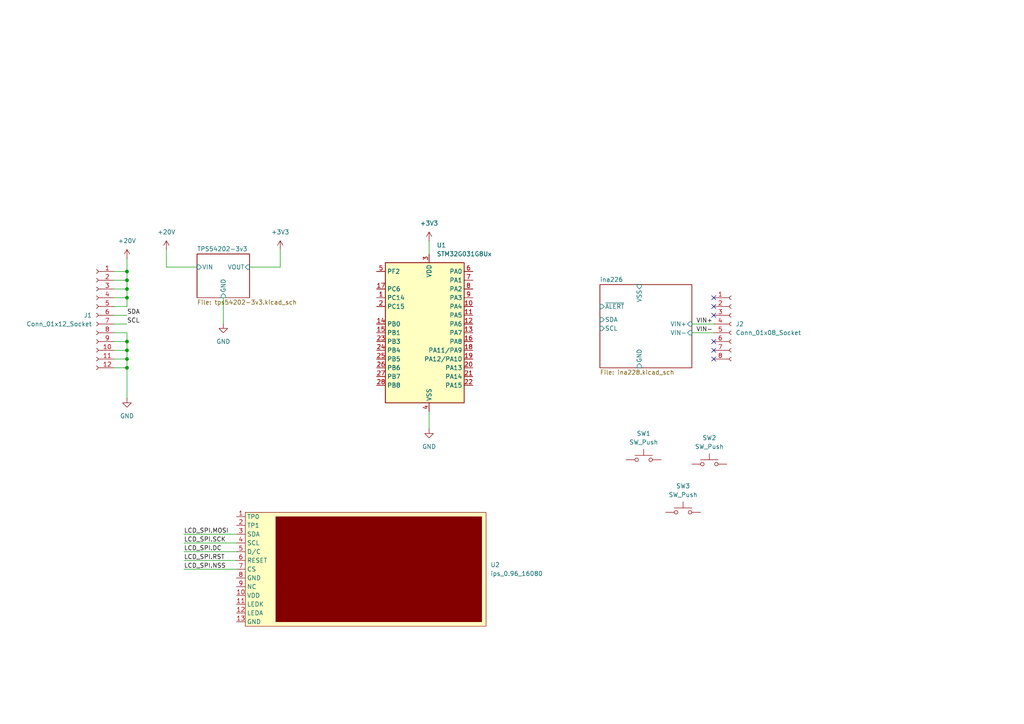
<source format=kicad_sch>
(kicad_sch (version 20231120) (generator "eeschema") (generator_version "8.0")
  (paper "A4")
  (lib_symbols
    (symbol "Connector:Conn_01x08_Socket" (pin_names (offset 1.016) hide)
      (property "Reference" "J" (at 0 10.16 0))
      (property "Value" "Conn_01x08_Socket" (at 0 -12.7 0))
      (symbol "Conn_01x08_Socket_1_1"
        (arc (start 0 -9.652) (mid -0.5058 -10.16) (end 0 -10.668) (stroke (width 0.1524)))
        (arc (start 0 -7.112) (mid -0.5058 -7.62) (end 0 -8.128) (stroke (width 0.1524)))
        (arc (start 0 -4.572) (mid -0.5058 -5.08) (end 0 -5.588) (stroke (width 0.1524)))
        (arc (start 0 -2.032) (mid -0.5058 -2.54) (end 0 -3.048) (stroke (width 0.1524)))
        (polyline (pts (xy -1.27 -10.16) (xy -0.508 -10.16)) (stroke (width 0.1524)))
        (polyline (pts (xy -1.27 -7.62) (xy -0.508 -7.62)) (stroke (width 0.1524)))
        (polyline (pts (xy -1.27 -5.08) (xy -0.508 -5.08)) (stroke (width 0.1524)))
        (polyline (pts (xy -1.27 -2.54) (xy -0.508 -2.54)) (stroke (width 0.1524)))
        (polyline (pts (xy -1.27 0) (xy -0.508 0)) (stroke (width 0.1524)))
        (polyline (pts (xy -1.27 2.54) (xy -0.508 2.54)) (stroke (width 0.1524)))
        (polyline (pts (xy -1.27 5.08) (xy -0.508 5.08)) (stroke (width 0.1524)))
        (polyline (pts (xy -1.27 7.62) (xy -0.508 7.62)) (stroke (width 0.1524)))
        (arc (start 0 0.508) (mid -0.5058 0) (end 0 -0.508) (stroke (width 0.1524)))
        (arc (start 0 3.048) (mid -0.5058 2.54) (end 0 2.032) (stroke (width 0.1524)))
        (arc (start 0 5.588) (mid -0.5058 5.08) (end 0 4.572) (stroke (width 0.1524)))
        (arc (start 0 8.128) (mid -0.5058 7.62) (end 0 7.112) (stroke (width 0.1524)))
        (pin passive line (at -5.08 7.62 0) (length 3.81) (name "Pin_1") (number "1"))
        (pin passive line (at -5.08 5.08 0) (length 3.81) (name "Pin_2") (number "2"))
        (pin passive line (at -5.08 2.54 0) (length 3.81) (name "Pin_3") (number "3"))
        (pin passive line (at -5.08 0 0) (length 3.81) (name "Pin_4") (number "4"))
        (pin passive line (at -5.08 -2.54 0) (length 3.81) (name "Pin_5") (number "5"))
        (pin passive line (at -5.08 -5.08 0) (length 3.81) (name "Pin_6") (number "6"))
        (pin passive line (at -5.08 -7.62 0) (length 3.81) (name "Pin_7") (number "7"))
        (pin passive line (at -5.08 -10.16 0) (length 3.81) (name "Pin_8") (number "8"))
      )
    )
    (symbol "Connector:Conn_01x12_Socket" (pin_names (offset 1.016) hide)
      (property "Reference" "J" (at 0 15.24 0))
      (property "Value" "Conn_01x12_Socket" (at 0 -17.78 0))
      (symbol "Conn_01x12_Socket_1_1"
        (arc (start 0 -14.732) (mid -0.5058 -15.24) (end 0 -15.748) (stroke (width 0.1524)))
        (arc (start 0 -12.192) (mid -0.5058 -12.7) (end 0 -13.208) (stroke (width 0.1524)))
        (arc (start 0 -9.652) (mid -0.5058 -10.16) (end 0 -10.668) (stroke (width 0.1524)))
        (arc (start 0 -7.112) (mid -0.5058 -7.62) (end 0 -8.128) (stroke (width 0.1524)))
        (arc (start 0 -4.572) (mid -0.5058 -5.08) (end 0 -5.588) (stroke (width 0.1524)))
        (arc (start 0 -2.032) (mid -0.5058 -2.54) (end 0 -3.048) (stroke (width 0.1524)))
        (polyline (pts (xy -1.27 -15.24) (xy -0.508 -15.24)) (stroke (width 0.1524)))
        (polyline (pts (xy -1.27 -12.7) (xy -0.508 -12.7)) (stroke (width 0.1524)))
        (polyline (pts (xy -1.27 -10.16) (xy -0.508 -10.16)) (stroke (width 0.1524)))
        (polyline (pts (xy -1.27 -7.62) (xy -0.508 -7.62)) (stroke (width 0.1524)))
        (polyline (pts (xy -1.27 -5.08) (xy -0.508 -5.08)) (stroke (width 0.1524)))
        (polyline (pts (xy -1.27 -2.54) (xy -0.508 -2.54)) (stroke (width 0.1524)))
        (polyline (pts (xy -1.27 0) (xy -0.508 0)) (stroke (width 0.1524)))
        (polyline (pts (xy -1.27 2.54) (xy -0.508 2.54)) (stroke (width 0.1524)))
        (polyline (pts (xy -1.27 5.08) (xy -0.508 5.08)) (stroke (width 0.1524)))
        (polyline (pts (xy -1.27 7.62) (xy -0.508 7.62)) (stroke (width 0.1524)))
        (polyline (pts (xy -1.27 10.16) (xy -0.508 10.16)) (stroke (width 0.1524)))
        (polyline (pts (xy -1.27 12.7) (xy -0.508 12.7)) (stroke (width 0.1524)))
        (arc (start 0 0.508) (mid -0.5058 0) (end 0 -0.508) (stroke (width 0.1524)))
        (arc (start 0 3.048) (mid -0.5058 2.54) (end 0 2.032) (stroke (width 0.1524)))
        (arc (start 0 5.588) (mid -0.5058 5.08) (end 0 4.572) (stroke (width 0.1524)))
        (arc (start 0 8.128) (mid -0.5058 7.62) (end 0 7.112) (stroke (width 0.1524)))
        (arc (start 0 10.668) (mid -0.5058 10.16) (end 0 9.652) (stroke (width 0.1524)))
        (arc (start 0 13.208) (mid -0.5058 12.7) (end 0 12.192) (stroke (width 0.1524)))
        (pin passive line (at -5.08 12.7 0) (length 3.81) (name "Pin_1") (number "1"))
        (pin passive line (at -5.08 -10.16 0) (length 3.81) (name "Pin_10") (number "10"))
        (pin passive line (at -5.08 -12.7 0) (length 3.81) (name "Pin_11") (number "11"))
        (pin passive line (at -5.08 -15.24 0) (length 3.81) (name "Pin_12") (number "12"))
        (pin passive line (at -5.08 10.16 0) (length 3.81) (name "Pin_2") (number "2"))
        (pin passive line (at -5.08 7.62 0) (length 3.81) (name "Pin_3") (number "3"))
        (pin passive line (at -5.08 5.08 0) (length 3.81) (name "Pin_4") (number "4"))
        (pin passive line (at -5.08 2.54 0) (length 3.81) (name "Pin_5") (number "5"))
        (pin passive line (at -5.08 0 0) (length 3.81) (name "Pin_6") (number "6"))
        (pin passive line (at -5.08 -2.54 0) (length 3.81) (name "Pin_7") (number "7"))
        (pin passive line (at -5.08 -5.08 0) (length 3.81) (name "Pin_8") (number "8"))
        (pin passive line (at -5.08 -7.62 0) (length 3.81) (name "Pin_9") (number "9"))
      )
    )
    (symbol "MCU_ST_STM32G0:STM32G031G8Ux"
      (property "Reference" "U" (at -10.16 21.59 0))
      (property "Value" "STM32G031G8Ux" (at 5.08 21.59 0))
      (symbol "STM32G031G8Ux_0_1"
        (rectangle (start -10.16 -20.32) (end 12.7 20.32) (stroke (width 0.254)) (fill (type background)))
      )
      (symbol "STM32G031G8Ux_1_1"
        (pin bidirectional line (at -12.7 10.16 0) (length 2.54) (name "PC14") (number "1"))
        (pin bidirectional line (at 15.24 7.62 180) (length 2.54) (name "PA4") (number "10"))
        (pin bidirectional line (at 15.24 5.08 180) (length 2.54) (name "PA5") (number "11"))
        (pin bidirectional line (at 15.24 2.54 180) (length 2.54) (name "PA6") (number "12"))
        (pin bidirectional line (at 15.24 0 180) (length 2.54) (name "PA7") (number "13"))
        (pin bidirectional line (at -12.7 2.54 0) (length 2.54) (name "PB0") (number "14"))
        (pin bidirectional line (at -12.7 0 0) (length 2.54) (name "PB1") (number "15"))
        (pin bidirectional line (at 15.24 -2.54 180) (length 2.54) (name "PA8") (number "16"))
        (pin bidirectional line (at -12.7 12.7 0) (length 2.54) (name "PC6") (number "17"))
        (pin bidirectional line (at 15.24 -5.08 180) (length 2.54) (name "PA11/PA9") (number "18"))
        (pin bidirectional line (at 15.24 -7.62 180) (length 2.54) (name "PA12/PA10") (number "19"))
        (pin bidirectional line (at -12.7 7.62 0) (length 2.54) (name "PC15") (number "2"))
        (pin bidirectional line (at 15.24 -10.16 180) (length 2.54) (name "PA13") (number "20"))
        (pin bidirectional line (at 15.24 -12.7 180) (length 2.54) (name "PA14") (number "21"))
        (pin bidirectional line (at 15.24 -15.24 180) (length 2.54) (name "PA15") (number "22"))
        (pin bidirectional line (at -12.7 -2.54 0) (length 2.54) (name "PB3") (number "23"))
        (pin bidirectional line (at -12.7 -5.08 0) (length 2.54) (name "PB4") (number "24"))
        (pin bidirectional line (at -12.7 -7.62 0) (length 2.54) (name "PB5") (number "25"))
        (pin bidirectional line (at -12.7 -10.16 0) (length 2.54) (name "PB6") (number "26"))
        (pin bidirectional line (at -12.7 -12.7 0) (length 2.54) (name "PB7") (number "27"))
        (pin bidirectional line (at -12.7 -15.24 0) (length 2.54) (name "PB8") (number "28"))
        (pin power_in line (at 2.54 22.86 270) (length 2.54) (name "VDD") (number "3"))
        (pin power_in line (at 2.54 -22.86 90) (length 2.54) (name "VSS") (number "4"))
        (pin bidirectional line (at -12.7 17.78 0) (length 2.54) (name "PF2") (number "5"))
        (pin bidirectional line (at 15.24 17.78 180) (length 2.54) (name "PA0") (number "6"))
        (pin bidirectional line (at 15.24 15.24 180) (length 2.54) (name "PA1") (number "7"))
        (pin bidirectional line (at 15.24 12.7 180) (length 2.54) (name "PA2") (number "8"))
        (pin bidirectional line (at 15.24 10.16 180) (length 2.54) (name "PA3") (number "9"))
      )
    )
    (symbol "Switch:SW_Push" (pin_numbers hide) (pin_names (offset 1.016) hide)
      (property "Reference" "SW" (at 1.27 2.54 0))
      (property "Value" "SW_Push" (at 0 -1.524 0))
      (symbol "SW_Push_0_1"
        (circle (center -2.032 0) (radius 0.508))
        (polyline (pts (xy 0 1.27) (xy 0 3.048)))
        (polyline (pts (xy 2.54 1.27) (xy -2.54 1.27)))
        (circle (center 2.032 0) (radius 0.508))
        (pin passive line (at -5.08 0 0) (length 2.54) (name "1") (number "1"))
        (pin passive line (at 5.08 0 180) (length 2.54) (name "2") (number "2"))
      )
    )
    (symbol "my_symbol:ips_0.96_16080"
      (property "Reference" "U" (at 12.7 20.32 0))
      (property "Value" "ips_0.96_16080" (at 3.81 20.32 0))
      (symbol "ips_0.96_16080_0_0"
        (text_box "0.96 TFT LCD\n160x80x16b" (at 13.97 5.08 0) (size 15.24 -6.35) (stroke (width -0.0001)) (effects (font (size 1.27 1.27)) (justify top)))
      )
      (symbol "ips_0.96_16080_1_1"
        (rectangle (start -16.51 17.78) (end 53.34 -15.24) (fill (type background)))
        (rectangle (start -7.62 16.51) (end 52.07 -13.97) (fill (type outline)))
        (pin input line (at -19.05 16.51 0) (length 2.54) (name "TP0") (number "1"))
        (pin input line (at -19.05 -6.35 0) (length 2.54) (name "VDD") (number "10"))
        (pin input line (at -19.05 -8.89 0) (length 2.54) (name "LEDK") (number "11"))
        (pin input line (at -19.05 -11.43 0) (length 2.54) (name "LEDA") (number "12"))
        (pin input line (at -19.05 -13.97 0) (length 2.54) (name "GND") (number "13"))
        (pin input line (at -19.05 13.97 0) (length 2.54) (name "TP1") (number "2"))
        (pin input line (at -19.05 11.43 0) (length 2.54) (name "SDA") (number "3"))
        (pin input line (at -19.05 8.89 0) (length 2.54) (name "SCL") (number "4"))
        (pin input line (at -19.05 6.35 0) (length 2.54) (name "D/C") (number "5"))
        (pin input line (at -19.05 3.81 0) (length 2.54) (name "RESET") (number "6"))
        (pin input line (at -19.05 1.27 0) (length 2.54) (name "CS") (number "7"))
        (pin input line (at -19.05 -1.27 0) (length 2.54) (name "GND") (number "8"))
        (pin input line (at -19.05 -3.81 0) (length 2.54) (name "NC") (number "9"))
      )
    )
    (symbol "power:+24V" (power) (pin_numbers hide) (pin_names (offset 0) hide)
      (property "Value" "+24V" (at 0 3.556 0))
      (symbol "+24V_0_1"
        (polyline (pts (xy -0.762 1.27) (xy 0 2.54)))
        (polyline (pts (xy 0 0) (xy 0 2.54)))
        (polyline (pts (xy 0 2.54) (xy 0.762 1.27)))
      )
      (symbol "+24V_1_1"
        (pin power_in line (at 0 0 90) (length 0) (name "~") (number "1"))
      )
    )
    (symbol "power:+3V3" (power) (pin_numbers hide) (pin_names (offset 0) hide)
      (property "Value" "+3V3" (at 0 3.556 0))
      (symbol "+3V3_0_1"
        (polyline (pts (xy -0.762 1.27) (xy 0 2.54)))
        (polyline (pts (xy 0 0) (xy 0 2.54)))
        (polyline (pts (xy 0 2.54) (xy 0.762 1.27)))
      )
      (symbol "+3V3_1_1"
        (pin power_in line (at 0 0 90) (length 0) (name "~") (number "1"))
      )
    )
    (symbol "power:GND" (power) (pin_numbers hide) (pin_names (offset 0) hide)
      (property "Value" "GND" (at 0 -3.81 0))
      (symbol "GND_0_1"
        (polyline (pts (xy 0 0) (xy 0 -1.27) (xy 1.27 -1.27) (xy 0 -2.54) (xy -1.27 -1.27) (xy 0 -1.27)))
      )
      (symbol "GND_1_1"
        (pin power_in line (at 0 0 270) (length 0) (name "~") (number "1"))
      )
    )
  )
  (junction (at 36.83 99.06))
  (junction (at 36.83 83.82))
  (junction (at 36.83 81.28))
  (junction (at 36.83 106.68))
  (junction (at 36.83 101.6))
  (junction (at 36.83 104.14))
  (junction (at 36.83 78.74))
  (junction (at 36.83 86.36))
  (no_connect (at 207.01 91.44))
  (no_connect (at 207.01 101.6))
  (no_connect (at 207.01 88.9))
  (no_connect (at 207.01 86.36))
  (no_connect (at 207.01 99.06))
  (no_connect (at 207.01 104.14))
  (wire (pts (xy 36.83 83.82) (xy 36.83 86.36)))
  (wire (pts (xy 53.34 154.94) (xy 68.58 154.94)))
  (wire (pts (xy 36.83 88.9) (xy 33.02 88.9)))
  (wire (pts (xy 53.34 160.02) (xy 68.58 160.02)))
  (wire (pts (xy 36.83 99.06) (xy 36.83 96.52)))
  (wire (pts (xy 33.02 104.14) (xy 36.83 104.14)))
  (wire (pts (xy 48.26 72.39) (xy 48.26 77.47)))
  (wire (pts (xy 36.83 104.14) (xy 36.83 101.6)))
  (wire (pts (xy 33.02 81.28) (xy 36.83 81.28)))
  (wire (pts (xy 48.26 77.47) (xy 57.15 77.47)))
  (wire (pts (xy 81.28 77.47) (xy 72.39 77.47)))
  (wire (pts (xy 200.66 93.98) (xy 207.01 93.98)))
  (wire (pts (xy 36.83 115.57) (xy 36.83 106.68)))
  (wire (pts (xy 33.02 101.6) (xy 36.83 101.6)))
  (wire (pts (xy 33.02 99.06) (xy 36.83 99.06)))
  (wire (pts (xy 64.77 86.36) (xy 64.77 93.98)))
  (wire (pts (xy 36.83 81.28) (xy 36.83 83.82)))
  (wire (pts (xy 81.28 72.39) (xy 81.28 77.47)))
  (wire (pts (xy 36.83 86.36) (xy 36.83 88.9)))
  (wire (pts (xy 33.02 83.82) (xy 36.83 83.82)))
  (wire (pts (xy 36.83 106.68) (xy 36.83 104.14)))
  (wire (pts (xy 33.02 78.74) (xy 36.83 78.74)))
  (wire (pts (xy 36.83 78.74) (xy 36.83 81.28)))
  (wire (pts (xy 200.66 96.52) (xy 207.01 96.52)))
  (wire (pts (xy 124.46 119.38) (xy 124.46 124.46)))
  (wire (pts (xy 33.02 86.36) (xy 36.83 86.36)))
  (wire (pts (xy 36.83 91.44) (xy 33.02 91.44)))
  (wire (pts (xy 124.46 69.85) (xy 124.46 73.66)))
  (wire (pts (xy 36.83 93.98) (xy 33.02 93.98)))
  (wire (pts (xy 53.34 162.56) (xy 68.58 162.56)))
  (wire (pts (xy 36.83 101.6) (xy 36.83 99.06)))
  (wire (pts (xy 36.83 74.93) (xy 36.83 78.74)))
  (wire (pts (xy 53.34 165.1) (xy 68.58 165.1)))
  (wire (pts (xy 53.34 157.48) (xy 68.58 157.48)))
  (wire (pts (xy 36.83 96.52) (xy 33.02 96.52)))
  (wire (pts (xy 33.02 106.68) (xy 36.83 106.68)))
  (label "LCD_SPI.NSS" (at 53.34 165.1 0))
  (label "VIN+" (at 201.93 93.98 0))
  (label "LCD_SPI.DC" (at 53.34 160.02 0))
  (label "LCD_SPI.RST" (at 53.34 162.56 0))
  (label "SCL" (at 36.83 93.98 0))
  (label "LCD_SPI.SCK" (at 53.34 157.48 0))
  (label "LCD_SPI.MOSI" (at 53.34 154.94 0))
  (label "SDA" (at 36.83 91.44 0))
  (label "VIN-" (at 201.93 96.52 0))
  (symbol (lib_id "MCU_ST_STM32G0:STM32G031G8Ux") (at 121.92 96.52 0) (unit 1)
    (property "Reference" "U1" (at 126.6541 71.12 0) (effects (justify left)))
    (property "Value" "STM32G031G8Ux" (at 126.6541 73.66 0) (effects (justify left)))
    (property "Footprint" "Package_DFN_QFN:QFN-28_4x4mm_P0.5mm" (effects (hide yes)))
    (property "Datasheet" "https://www.st.com/resource/en/datasheet/stm32g031g8.pdf" (effects (hide yes)))
    (property "Description" "STMicroelectronics Arm Cortex-M0+ MCU, 64KB flash, 8KB RAM, 64 MHz, 1.7-3.6V, 26 GPIO, UFQFPN28" (effects (hide yes)))
  )
  (symbol (lib_id "Connector:Conn_01x08_Socket") (at 212.09 93.98 0) (unit 1)
    (property "Reference" "J2" (at 213.36 93.9799 0) (effects (justify left)))
    (property "Value" "Conn_01x08_Socket" (at 213.36 96.5199 0) (effects (justify left)))
    (property "Footprint" "Connector_PinSocket_1.27mm:PinSocket_1x08_P1.27mm_Vertical" (effects (hide yes)))
    (property "Description" "Generic connector, single row, 01x08, script generated" (effects (hide yes)))
  )
  (symbol (lib_id "power:+3V3") (at 81.28 72.39 0) (unit 1)
    (property "Reference" "#PWR03" (effects (hide yes)))
    (property "Value" "+3V3" (at 81.28 67.31 0))
    (property "Description" "Power symbol creates a global label with name \"+3V3\"" (effects (hide yes)))
  )
  (symbol (lib_id "power:GND") (at 124.46 124.46 0) (unit 1)
    (property "Reference" "#PWR07" (effects (hide yes)))
    (property "Value" "GND" (at 124.46 129.54 0))
    (property "Description" "Power symbol creates a global label with name \"GND\" , ground" (effects (hide yes)))
  )
  (symbol (lib_id "power:GND") (at 36.83 115.57 0) (unit 1)
    (property "Reference" "#PWR06" (effects (hide yes)))
    (property "Value" "GND" (at 36.83 120.65 0))
    (property "Description" "Power symbol creates a global label with name \"GND\" , ground" (effects (hide yes)))
  )
  (symbol (lib_id "power:+3V3") (at 124.46 69.85 0) (unit 1)
    (property "Reference" "#PWR01" (effects (hide yes)))
    (property "Value" "+3V3" (at 124.46 64.77 0))
    (property "Description" "Power symbol creates a global label with name \"+3V3\"" (effects (hide yes)))
  )
  (symbol (lib_id "Switch:SW_Push") (at 205.74 134.62 0) (unit 1)
    (property "Reference" "SW2" (at 205.74 127 0))
    (property "Value" "SW_Push" (at 205.74 129.54 0))
    (property "Footprint" "my_footprint:KEY-SMD_4P-L4.2-W3.4-P2.15-LS4.5-TL" (effects (hide yes)))
    (property "Description" "Push button switch, generic, two pins" (effects (hide yes)))
  )
  (symbol (lib_id "Switch:SW_Push") (at 186.69 133.35 0) (unit 1)
    (property "Reference" "SW1" (at 186.69 125.73 0))
    (property "Value" "SW_Push" (at 186.69 128.27 0))
    (property "Footprint" "my_footprint:KEY-SMD_4P-L4.2-W3.4-P2.15-LS4.5-TL" (effects (hide yes)))
    (property "Description" "Push button switch, generic, two pins" (effects (hide yes)))
  )
  (symbol (lib_id "power:+24V") (at 36.83 74.93 0) (unit 1)
    (property "Reference" "#PWR04" (effects (hide yes)))
    (property "Value" "+20V" (at 36.83 69.85 0))
    (property "Description" "Power symbol creates a global label with name \"+24V\"" (effects (hide yes)))
  )
  (symbol (lib_id "my_symbol:ips_0.96_16080") (at 87.63 166.37 0) (unit 1)
    (property "Reference" "U2" (at 142.24 163.8299 0) (effects (justify left)))
    (property "Value" "ips_0.96_16080" (at 142.24 166.3699 0) (effects (justify left)))
    (property "Footprint" "my_footprint:ips-16080-0.96" (effects (hide yes)))
  )
  (symbol (lib_id "Switch:SW_Push") (at 198.12 148.59 0) (unit 1)
    (property "Reference" "SW3" (at 198.12 140.97 0))
    (property "Value" "SW_Push" (at 198.12 143.51 0))
    (property "Footprint" "my_footprint:KEY-SMD_4P-L4.2-W3.4-P2.15-LS4.5-TL" (effects (hide yes)))
    (property "Description" "Push button switch, generic, two pins" (effects (hide yes)))
  )
  (symbol (lib_id "power:+24V") (at 48.26 72.39 0) (unit 1)
    (property "Reference" "#PWR02" (effects (hide yes)))
    (property "Value" "+20V" (at 48.26 67.31 0))
    (property "Description" "Power symbol creates a global label with name \"+24V\"" (effects (hide yes)))
  )
  (symbol (lib_id "Connector:Conn_01x12_Socket") (at 27.94 91.44 0) (mirror y) (unit 1)
    (property "Reference" "J1" (at 26.67 91.4399 0) (effects (justify left)))
    (property "Value" "Conn_01x12_Socket" (at 26.67 93.9799 0) (effects (justify left)))
    (property "Footprint" "Connector_PinSocket_1.27mm:PinSocket_1x12_P1.27mm_Vertical" (effects (hide yes)))
    (property "Description" "Generic connector, single row, 01x12, script generated" (effects (hide yes)))
  )
  (symbol (lib_id "power:GND") (at 64.77 93.98 0) (unit 1)
    (property "Reference" "#PWR05" (effects (hide yes)))
    (property "Value" "GND" (at 64.77 99.06 0))
    (property "Description" "Power symbol creates a global label with name \"GND\" , ground" (effects (hide yes)))
  )
  (sheet (at 173.99 82.55) (size 26.67 24.13) (stroke (width 0.1524))
    (property "Sheetname" "ina226" (at 173.99 81.8384 0) (effects (justify left bottom)))
    (property "Sheetfile" "ina228.kicad_sch" (at 173.99 107.2646 0) (effects (justify left top)))
    (pin "VSS" input (at 185.42 82.55 90))
    (pin "SDA" input (at 173.99 92.71 180))
    (pin "~{ALERT}" input (at 173.99 88.9 180))
    (pin "SCL" input (at 173.99 95.25 180))
    (pin "GND" input (at 185.42 106.68 270))
    (pin "VIN+" input (at 200.66 93.98 0))
    (pin "VIN-" input (at 200.66 96.52 0))
  )
  (sheet (at 57.15 73.66) (size 15.24 12.7) (stroke (width 0.1524))
    (property "Sheetname" "TPS54202-3v3" (at 57.15 72.9484 0) (effects (justify left bottom)))
    (property "Sheetfile" "tps54202-3v3.kicad_sch" (at 57.15 86.9446 0) (effects (justify left top)))
    (pin "VOUT" input (at 72.39 77.47 0))
    (pin "VIN" input (at 57.15 77.47 180))
    (pin "GND" input (at 64.77 86.36 270))
  )
)
</source>
